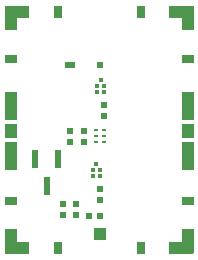
<source format=gtp>
G04*
G04 #@! TF.GenerationSoftware,Altium Limited,Altium Designer,22.4.2 (48)*
G04*
G04 Layer_Color=8421504*
%FSLAX25Y25*%
%MOIN*%
G70*
G04*
G04 #@! TF.SameCoordinates,14A46E1B-CC8F-4B6B-AA4A-AD763438C559*
G04*
G04*
G04 #@! TF.FilePolarity,Positive*
G04*
G01*
G75*
%ADD15R,0.03150X0.03937*%
%ADD16R,0.03937X0.03150*%
%ADD17R,0.03937X0.08268*%
%ADD18R,0.08268X0.03937*%
%ADD19R,0.03937X0.03937*%
%ADD20R,0.02441X0.02441*%
%ADD21R,0.03937X0.09449*%
%ADD22R,0.03937X0.05118*%
%ADD23R,0.02362X0.05906*%
%ADD24R,0.03543X0.01968*%
%ADD25R,0.01968X0.01968*%
%ADD26R,0.01476X0.01181*%
%ADD27R,0.01280X0.01063*%
%ADD28R,0.02362X0.02441*%
%ADD29R,0.02441X0.02362*%
D15*
X13352Y7711D02*
D03*
X-14207Y-71030D02*
D03*
X-14207Y7711D02*
D03*
X13352Y-71030D02*
D03*
D16*
X29100Y-8037D02*
D03*
X-29955Y-55282D02*
D03*
X-29955Y-8038D02*
D03*
X29100Y-55282D02*
D03*
D17*
Y5545D02*
D03*
X-29955Y-68864D02*
D03*
X-29955Y5545D02*
D03*
X29100Y-68864D02*
D03*
D18*
X26935Y7711D02*
D03*
X-27789Y-71030D02*
D03*
X-27789Y7711D02*
D03*
X26935Y-71030D02*
D03*
D19*
X-230Y-66502D02*
D03*
D20*
X-12435Y-56463D02*
D03*
Y-60006D02*
D03*
X-8156Y-56447D02*
D03*
Y-59990D02*
D03*
X-10270Y-35596D02*
D03*
Y-32053D02*
D03*
X-5640Y-35592D02*
D03*
Y-32049D02*
D03*
X-230Y-51541D02*
D03*
Y-55085D02*
D03*
D21*
X-29921Y-40551D02*
D03*
Y-23622D02*
D03*
X29134Y-40551D02*
D03*
Y-23622D02*
D03*
D22*
X-29921Y-32087D02*
D03*
X29134D02*
D03*
D23*
X-17947Y-50360D02*
D03*
X-21687Y-41305D02*
D03*
X-14207D02*
D03*
D24*
X-10270Y-10006D02*
D03*
D25*
X-33D02*
D03*
D26*
X-282Y-45045D02*
D03*
Y-47014D02*
D03*
X-2541D02*
D03*
Y-45045D02*
D03*
X-1411Y-43077D02*
D03*
X1163Y-17183D02*
D03*
Y-19152D02*
D03*
X-1096D02*
D03*
Y-17183D02*
D03*
X33Y-15215D02*
D03*
D27*
X-1514Y-35596D02*
D03*
Y-33628D02*
D03*
Y-31659D02*
D03*
X1148D02*
D03*
Y-33628D02*
D03*
Y-35596D02*
D03*
D28*
X-3813Y-60400D02*
D03*
X-191D02*
D03*
D29*
X1148Y-26974D02*
D03*
Y-23352D02*
D03*
M02*

</source>
